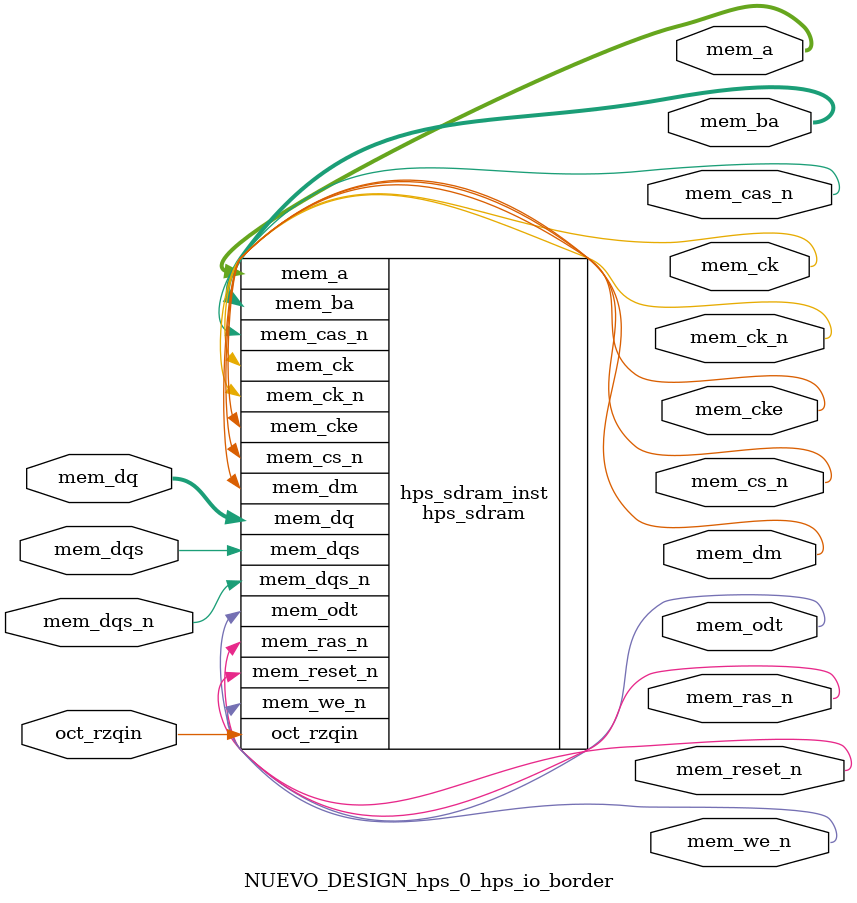
<source format=sv>


module NUEVO_DESIGN_hps_0_hps_io_border(
// memory
  output wire [13 - 1 : 0 ] mem_a
 ,output wire [3 - 1 : 0 ] mem_ba
 ,output wire [1 - 1 : 0 ] mem_ck
 ,output wire [1 - 1 : 0 ] mem_ck_n
 ,output wire [1 - 1 : 0 ] mem_cke
 ,output wire [1 - 1 : 0 ] mem_cs_n
 ,output wire [1 - 1 : 0 ] mem_ras_n
 ,output wire [1 - 1 : 0 ] mem_cas_n
 ,output wire [1 - 1 : 0 ] mem_we_n
 ,output wire [1 - 1 : 0 ] mem_reset_n
 ,inout wire [8 - 1 : 0 ] mem_dq
 ,inout wire [1 - 1 : 0 ] mem_dqs
 ,inout wire [1 - 1 : 0 ] mem_dqs_n
 ,output wire [1 - 1 : 0 ] mem_odt
 ,output wire [1 - 1 : 0 ] mem_dm
 ,input wire [1 - 1 : 0 ] oct_rzqin
);


hps_sdram hps_sdram_inst(
 .mem_dq({
    mem_dq[7:0] // 7:0
  })
,.mem_odt({
    mem_odt[0:0] // 0:0
  })
,.mem_ras_n({
    mem_ras_n[0:0] // 0:0
  })
,.mem_dqs_n({
    mem_dqs_n[0:0] // 0:0
  })
,.mem_dqs({
    mem_dqs[0:0] // 0:0
  })
,.mem_dm({
    mem_dm[0:0] // 0:0
  })
,.mem_we_n({
    mem_we_n[0:0] // 0:0
  })
,.mem_cas_n({
    mem_cas_n[0:0] // 0:0
  })
,.mem_ba({
    mem_ba[2:0] // 2:0
  })
,.mem_a({
    mem_a[12:0] // 12:0
  })
,.mem_cs_n({
    mem_cs_n[0:0] // 0:0
  })
,.mem_ck({
    mem_ck[0:0] // 0:0
  })
,.mem_cke({
    mem_cke[0:0] // 0:0
  })
,.oct_rzqin({
    oct_rzqin[0:0] // 0:0
  })
,.mem_reset_n({
    mem_reset_n[0:0] // 0:0
  })
,.mem_ck_n({
    mem_ck_n[0:0] // 0:0
  })
);

endmodule


</source>
